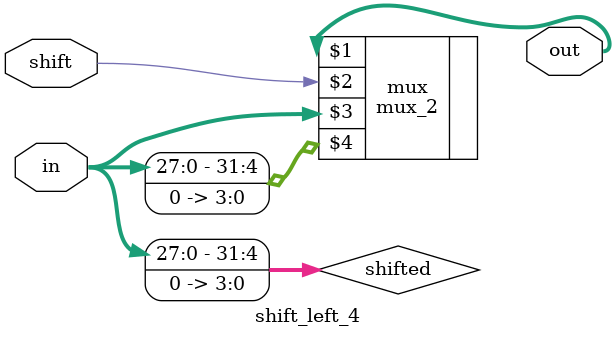
<source format=v>
module shift_left_4(
    output [31:0] out,
    input shift,
    input [31:0] in);

    wire [31:0] shifted;

    assign shifted[31:4] = in[27:0];
    assign shifted[3:0] = 1'b0;

    mux_2 mux(out, shift, in, shifted);
endmodule

</source>
